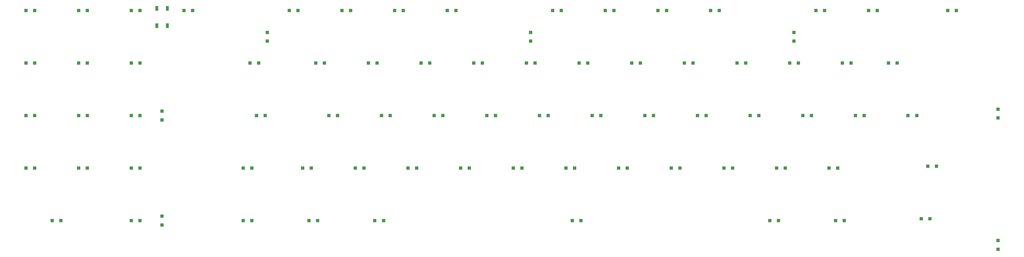
<source format=gbp>
G04 #@! TF.GenerationSoftware,KiCad,Pcbnew,5.1.6*
G04 #@! TF.CreationDate,2020-07-30T11:30:43-04:00*
G04 #@! TF.ProjectId,southpawpcb,736f7574-6870-4617-9770-63622e6b6963,rev?*
G04 #@! TF.SameCoordinates,Original*
G04 #@! TF.FileFunction,Paste,Bot*
G04 #@! TF.FilePolarity,Positive*
%FSLAX46Y46*%
G04 Gerber Fmt 4.6, Leading zero omitted, Abs format (unit mm)*
G04 Created by KiCad (PCBNEW 5.1.6) date 2020-07-30 11:30:43*
%MOMM*%
%LPD*%
G01*
G04 APERTURE LIST*
%ADD10R,1.200000X1.200000*%
%ADD11R,1.000000X1.700000*%
G04 APERTURE END LIST*
D10*
G04 #@! TO.C,D7*
X139731000Y20725000D03*
X136581000Y20725000D03*
G04 #@! TD*
G04 #@! TO.C,D48*
X265168000Y-17375000D03*
X268318000Y-17375000D03*
G04 #@! TD*
G04 #@! TO.C,D72*
X103969000Y-55475000D03*
X100819000Y-55475000D03*
G04 #@! TD*
G04 #@! TO.C,D39*
X63531200Y-17375000D03*
X60381200Y-17375000D03*
G04 #@! TD*
G04 #@! TO.C,D2*
X41331200Y20725000D03*
X44481200Y20725000D03*
G04 #@! TD*
G04 #@! TO.C,D50*
X303268000Y-17375000D03*
X306418000Y-17375000D03*
G04 #@! TD*
G04 #@! TO.C,D21*
X63531200Y1675000D03*
X60381200Y1675000D03*
G04 #@! TD*
G04 #@! TO.C,D53*
X22281200Y-36425000D03*
X25431200Y-36425000D03*
G04 #@! TD*
G04 #@! TO.C,D26*
X165156000Y1675000D03*
X168306000Y1675000D03*
G04 #@! TD*
G04 #@! TO.C,D60*
X163544000Y-36425000D03*
X160394000Y-36425000D03*
G04 #@! TD*
G04 #@! TO.C,D42*
X150868000Y-17375000D03*
X154018000Y-17375000D03*
G04 #@! TD*
G04 #@! TO.C,D4*
X79431200Y20725000D03*
X82581200Y20725000D03*
G04 #@! TD*
G04 #@! TO.C,D3*
X63531200Y20725000D03*
X60381200Y20725000D03*
G04 #@! TD*
G04 #@! TO.C,D25*
X149256000Y1675000D03*
X146106000Y1675000D03*
G04 #@! TD*
G04 #@! TO.C,D71*
X60337500Y-55475000D03*
X63487500Y-55475000D03*
G04 #@! TD*
G04 #@! TO.C,D78*
X349237000Y-54768800D03*
X346087000Y-54768800D03*
G04 #@! TD*
G04 #@! TO.C,D77*
X318281000Y-55475000D03*
X315131000Y-55475000D03*
G04 #@! TD*
G04 #@! TO.C,D45*
X211168000Y-17375000D03*
X208018000Y-17375000D03*
G04 #@! TD*
G04 #@! TO.C,D16*
X308031000Y20725000D03*
X311181000Y20725000D03*
G04 #@! TD*
G04 #@! TO.C,D22*
X71481200Y-18950000D03*
X71481200Y-15800000D03*
G04 #@! TD*
G04 #@! TO.C,D10*
X204831000Y9625000D03*
X204831000Y12775000D03*
G04 #@! TD*
G04 #@! TO.C,D54*
X44481200Y-36425000D03*
X41331200Y-36425000D03*
G04 #@! TD*
G04 #@! TO.C,D19*
X25431200Y1675000D03*
X22281200Y1675000D03*
G04 #@! TD*
G04 #@! TO.C,D57*
X103969000Y-36425000D03*
X100819000Y-36425000D03*
G04 #@! TD*
G04 #@! TO.C,D47*
X249268000Y-17375000D03*
X246118000Y-17375000D03*
G04 #@! TD*
G04 #@! TO.C,D15*
X300081000Y12775000D03*
X300081000Y9625000D03*
G04 #@! TD*
G04 #@! TO.C,D67*
X293744000Y-36425000D03*
X296894000Y-36425000D03*
G04 #@! TD*
G04 #@! TO.C,D36*
X373856000Y-18243800D03*
X373856000Y-15093800D03*
G04 #@! TD*
G04 #@! TO.C,D62*
X201644000Y-36425000D03*
X198494000Y-36425000D03*
G04 #@! TD*
G04 #@! TO.C,D61*
X182594000Y-36425000D03*
X179444000Y-36425000D03*
G04 #@! TD*
G04 #@! TO.C,D52*
X341325000Y-17375000D03*
X344475000Y-17375000D03*
G04 #@! TD*
G04 #@! TO.C,D37*
X25431200Y-17375000D03*
X22281200Y-17375000D03*
G04 #@! TD*
G04 #@! TO.C,D65*
X258794000Y-36425000D03*
X255644000Y-36425000D03*
G04 #@! TD*
G04 #@! TO.C,D14*
X273081000Y20725000D03*
X269931000Y20725000D03*
G04 #@! TD*
G04 #@! TO.C,D68*
X315900000Y-36425000D03*
X312750000Y-36425000D03*
G04 #@! TD*
G04 #@! TO.C,D18*
X355656000Y20725000D03*
X358806000Y20725000D03*
G04 #@! TD*
G04 #@! TO.C,D38*
X41331200Y-17375000D03*
X44481200Y-17375000D03*
G04 #@! TD*
G04 #@! TO.C,D12*
X231831000Y20725000D03*
X234981000Y20725000D03*
G04 #@! TD*
G04 #@! TO.C,D58*
X122294000Y-36425000D03*
X125444000Y-36425000D03*
G04 #@! TD*
G04 #@! TO.C,D34*
X317556000Y1675000D03*
X320706000Y1675000D03*
G04 #@! TD*
G04 #@! TO.C,D20*
X41331200Y1675000D03*
X44481200Y1675000D03*
G04 #@! TD*
G04 #@! TO.C,D69*
X351619000Y-35718800D03*
X348469000Y-35718800D03*
G04 #@! TD*
D11*
G04 #@! TO.C,SW1*
X73381200Y15193800D03*
X73381200Y21493800D03*
X69581200Y15193800D03*
X69581200Y21493800D03*
G04 #@! TD*
D10*
G04 #@! TO.C,D40*
X105625000Y-17375000D03*
X108775000Y-17375000D03*
G04 #@! TD*
G04 #@! TO.C,D56*
X71481200Y-57050000D03*
X71481200Y-53900000D03*
G04 #@! TD*
G04 #@! TO.C,D23*
X106394000Y1675000D03*
X103244000Y1675000D03*
G04 #@! TD*
G04 #@! TO.C,D17*
X330231000Y20725000D03*
X327081000Y20725000D03*
G04 #@! TD*
G04 #@! TO.C,D32*
X279456000Y1675000D03*
X282606000Y1675000D03*
G04 #@! TD*
G04 #@! TO.C,D31*
X263556000Y1675000D03*
X260406000Y1675000D03*
G04 #@! TD*
G04 #@! TO.C,D9*
X177831000Y20725000D03*
X174681000Y20725000D03*
G04 #@! TD*
G04 #@! TO.C,D64*
X236594000Y-36425000D03*
X239744000Y-36425000D03*
G04 #@! TD*
G04 #@! TO.C,D74*
X148444000Y-55475000D03*
X151594000Y-55475000D03*
G04 #@! TD*
G04 #@! TO.C,D76*
X291319000Y-55475000D03*
X294469000Y-55475000D03*
G04 #@! TD*
G04 #@! TO.C,D49*
X287368000Y-17375000D03*
X284218000Y-17375000D03*
G04 #@! TD*
G04 #@! TO.C,D70*
X34912500Y-55475000D03*
X31762500Y-55475000D03*
G04 #@! TD*
G04 #@! TO.C,D75*
X219881000Y-55475000D03*
X223031000Y-55475000D03*
G04 #@! TD*
G04 #@! TO.C,D8*
X155631000Y20725000D03*
X158781000Y20725000D03*
G04 #@! TD*
G04 #@! TO.C,D28*
X206406000Y1675000D03*
X203256000Y1675000D03*
G04 #@! TD*
G04 #@! TO.C,D13*
X254031000Y20725000D03*
X250881000Y20725000D03*
G04 #@! TD*
G04 #@! TO.C,D66*
X277844000Y-36425000D03*
X274694000Y-36425000D03*
G04 #@! TD*
G04 #@! TO.C,D6*
X117531000Y20725000D03*
X120681000Y20725000D03*
G04 #@! TD*
G04 #@! TO.C,D44*
X188968000Y-17375000D03*
X192118000Y-17375000D03*
G04 #@! TD*
G04 #@! TO.C,D46*
X227068000Y-17375000D03*
X230218000Y-17375000D03*
G04 #@! TD*
G04 #@! TO.C,D51*
X325468000Y-17375000D03*
X322318000Y-17375000D03*
G04 #@! TD*
G04 #@! TO.C,D11*
X215931000Y20725000D03*
X212781000Y20725000D03*
G04 #@! TD*
G04 #@! TO.C,D63*
X217544000Y-36425000D03*
X220694000Y-36425000D03*
G04 #@! TD*
G04 #@! TO.C,D29*
X225456000Y1675000D03*
X222306000Y1675000D03*
G04 #@! TD*
G04 #@! TO.C,D55*
X63531200Y-36425000D03*
X60381200Y-36425000D03*
G04 #@! TD*
G04 #@! TO.C,D5*
X109581000Y12775000D03*
X109581000Y9625000D03*
G04 #@! TD*
G04 #@! TO.C,D43*
X173068000Y-17375000D03*
X169918000Y-17375000D03*
G04 #@! TD*
G04 #@! TO.C,D73*
X124631000Y-55475000D03*
X127781000Y-55475000D03*
G04 #@! TD*
G04 #@! TO.C,D33*
X301656000Y1675000D03*
X298506000Y1675000D03*
G04 #@! TD*
G04 #@! TO.C,D30*
X241356000Y1675000D03*
X244506000Y1675000D03*
G04 #@! TD*
G04 #@! TO.C,D35*
X337375000Y1675000D03*
X334225000Y1675000D03*
G04 #@! TD*
G04 #@! TO.C,D24*
X127056000Y1675000D03*
X130206000Y1675000D03*
G04 #@! TD*
G04 #@! TO.C,D59*
X141344000Y-36425000D03*
X144494000Y-36425000D03*
G04 #@! TD*
G04 #@! TO.C,D41*
X134968000Y-17375000D03*
X131818000Y-17375000D03*
G04 #@! TD*
G04 #@! TO.C,D1*
X25431200Y20725000D03*
X22281200Y20725000D03*
G04 #@! TD*
G04 #@! TO.C,D27*
X184206000Y1675000D03*
X187356000Y1675000D03*
G04 #@! TD*
G04 #@! TO.C,D79*
X373856000Y-62718800D03*
X373856000Y-65868800D03*
G04 #@! TD*
M02*

</source>
